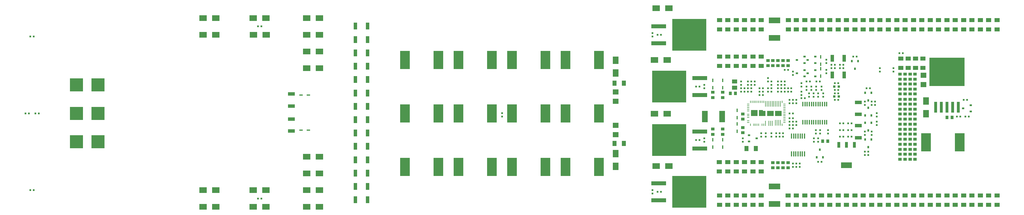
<source format=gtp>
G04*
G04 #@! TF.GenerationSoftware,Altium Limited,Altium Designer,18.1.7 (191)*
G04*
G04 Layer_Color=8421504*
%FSLAX44Y44*%
%MOMM*%
G71*
G01*
G75*
%ADD16R,4.0000X4.0000*%
%ADD17R,0.6000X0.6000*%
%ADD18R,0.6000X0.6000*%
%ADD19R,0.5500X0.8000*%
%ADD20R,0.4500X1.0000*%
%ADD21R,2.0000X1.1000*%
%ADD22R,1.0000X0.4500*%
%ADD23R,1.2000X1.5000*%
%ADD24R,0.8000X0.8000*%
%ADD25R,0.9800X0.9300*%
%ADD26R,0.3000X1.6500*%
%ADD27R,0.8000X0.5500*%
%ADD28R,10.1600X9.5000*%
%ADD29R,4.5000X1.2500*%
%ADD30R,1.5000X1.3000*%
%ADD31R,1.1000X2.0000*%
%ADD32R,0.9000X1.7000*%
%ADD33R,3.2000X1.7000*%
%ADD34R,0.9300X0.9800*%
%ADD35R,0.2500X0.7000*%
%ADD36R,0.2500X1.8000*%
%ADD37R,0.7000X0.2500*%
%ADD38R,0.2500X1.5000*%
%ADD39R,1.8000X3.4000*%
%ADD40R,2.9000X5.4000*%
%ADD41R,1.8000X2.2000*%
%ADD42R,1.5000X1.2000*%
%ADD43R,10.6000X8.5000*%
%ADD44R,0.9000X3.3000*%
%ADD45R,1.8000X1.6000*%
%ADD46R,0.3000X1.4500*%
%ADD47R,2.2000X1.8000*%
%ADD48R,3.4000X1.8000*%
G36*
X2525700Y1257400D02*
X2506316D01*
Y1272605D01*
X2525700D01*
Y1257400D01*
D02*
G37*
G36*
X2501700D02*
X2482302D01*
Y1272606D01*
X2501700D01*
Y1257400D01*
D02*
G37*
G36*
X2470000Y1272611D02*
X2477700D01*
Y1257400D01*
X2458270D01*
Y1272611D01*
X2458274D01*
Y1275112D01*
X2470000D01*
Y1272611D01*
D02*
G37*
G36*
X2453700Y1257400D02*
X2434278D01*
Y1275105D01*
X2453700D01*
Y1257400D01*
D02*
G37*
D16*
X482000Y1350000D02*
D03*
X418000D02*
D03*
X482000Y1265000D02*
D03*
X418000D02*
D03*
X482000Y1180000D02*
D03*
X418000D02*
D03*
D17*
X2810000Y1254920D02*
D03*
Y1265080D02*
D03*
Y1240080D02*
D03*
Y1229920D02*
D03*
X2805000Y1289920D02*
D03*
Y1300080D02*
D03*
X2775000D02*
D03*
Y1289920D02*
D03*
X2795000Y1300080D02*
D03*
Y1289920D02*
D03*
X2775000Y1199920D02*
D03*
Y1210080D02*
D03*
X2795000D02*
D03*
Y1199920D02*
D03*
X2570000Y1240080D02*
D03*
Y1229920D02*
D03*
Y1305080D02*
D03*
Y1294920D02*
D03*
X2560000Y1115080D02*
D03*
Y1104920D02*
D03*
X2570000Y1115080D02*
D03*
Y1104920D02*
D03*
X2580000Y1115080D02*
D03*
Y1104920D02*
D03*
X2410000Y1179920D02*
D03*
Y1190080D02*
D03*
X2485000Y1359920D02*
D03*
Y1370080D02*
D03*
X2495000Y1360080D02*
D03*
Y1349920D02*
D03*
X2545000Y1340080D02*
D03*
Y1329920D02*
D03*
X2535000D02*
D03*
Y1340080D02*
D03*
X2585000Y1319920D02*
D03*
Y1330080D02*
D03*
X2560000Y1390080D02*
D03*
Y1379920D02*
D03*
X2585000Y1344920D02*
D03*
Y1355080D02*
D03*
X2465000Y1205080D02*
D03*
Y1194920D02*
D03*
X2495000Y1329920D02*
D03*
Y1340080D02*
D03*
X2478000Y1205080D02*
D03*
Y1194920D02*
D03*
X2495000Y1205080D02*
D03*
Y1194920D02*
D03*
X2525000Y1329920D02*
D03*
Y1340080D02*
D03*
X2515000D02*
D03*
Y1329920D02*
D03*
X2510000Y1194920D02*
D03*
Y1205080D02*
D03*
X2405000Y1340080D02*
D03*
Y1329920D02*
D03*
X2425000Y1360080D02*
D03*
Y1349920D02*
D03*
X2435000Y1340080D02*
D03*
Y1329920D02*
D03*
X2425000Y1340080D02*
D03*
Y1329920D02*
D03*
X2405000Y1360080D02*
D03*
Y1349920D02*
D03*
X2535000Y1360080D02*
D03*
Y1349920D02*
D03*
X2525000Y1360080D02*
D03*
Y1349920D02*
D03*
X2515000Y1360080D02*
D03*
Y1349920D02*
D03*
X2415000Y1340080D02*
D03*
Y1329920D02*
D03*
X2520000Y1194920D02*
D03*
Y1205080D02*
D03*
X2435000Y1349920D02*
D03*
Y1360080D02*
D03*
X2445000Y1349920D02*
D03*
Y1360080D02*
D03*
X2555000Y1340080D02*
D03*
Y1329920D02*
D03*
X2485000D02*
D03*
Y1340080D02*
D03*
X2530000Y1205080D02*
D03*
Y1194920D02*
D03*
X2460000Y1329920D02*
D03*
Y1340080D02*
D03*
X2470000Y1329920D02*
D03*
Y1340080D02*
D03*
X2645000Y1334920D02*
D03*
Y1345080D02*
D03*
X2860000Y1400080D02*
D03*
Y1389920D02*
D03*
X2600000Y1334920D02*
D03*
Y1345080D02*
D03*
X2608000Y1314920D02*
D03*
Y1325080D02*
D03*
X2650000Y1314920D02*
D03*
Y1325080D02*
D03*
X2635000D02*
D03*
Y1314920D02*
D03*
X2629000Y1345080D02*
D03*
Y1334920D02*
D03*
X1690000Y1254920D02*
D03*
Y1265080D02*
D03*
X2820000Y1389920D02*
D03*
Y1400080D02*
D03*
X2622000Y1179920D02*
D03*
Y1190080D02*
D03*
X2628000Y1204920D02*
D03*
Y1215080D02*
D03*
X2635000Y1179920D02*
D03*
Y1190080D02*
D03*
X2641000Y1204920D02*
D03*
Y1215080D02*
D03*
X2665000Y1204920D02*
D03*
Y1215080D02*
D03*
X2140000Y1035080D02*
D03*
Y1024920D02*
D03*
Y1494920D02*
D03*
Y1505080D02*
D03*
X2295000Y1350080D02*
D03*
Y1339920D02*
D03*
Y1179920D02*
D03*
Y1190080D02*
D03*
X2660000Y1384920D02*
D03*
Y1395080D02*
D03*
Y1414920D02*
D03*
Y1425080D02*
D03*
X2615000Y1345080D02*
D03*
Y1334920D02*
D03*
X2621500Y1325080D02*
D03*
Y1314920D02*
D03*
D18*
X2774920Y1140000D02*
D03*
X2785080D02*
D03*
X2877840Y1445000D02*
D03*
X2888000D02*
D03*
X2645160Y1120000D02*
D03*
X2635000D02*
D03*
X2779920Y1340000D02*
D03*
X2790080D02*
D03*
X2774920Y1150000D02*
D03*
X2785080D02*
D03*
X2695080Y1325000D02*
D03*
X2684920D02*
D03*
X2695080Y1305000D02*
D03*
X2684920D02*
D03*
X2695080Y1355000D02*
D03*
X2684920D02*
D03*
X2695080Y1335000D02*
D03*
X2684920D02*
D03*
X2560080Y1230000D02*
D03*
X2549920D02*
D03*
Y1295000D02*
D03*
X2560080D02*
D03*
Y1305000D02*
D03*
X2549920D02*
D03*
X2545080Y1395000D02*
D03*
X2534920D02*
D03*
X2724920Y1235000D02*
D03*
X2735080D02*
D03*
X2710080D02*
D03*
X2699920D02*
D03*
X2710080Y1215000D02*
D03*
X2699920D02*
D03*
X2710080Y1195000D02*
D03*
X2699920D02*
D03*
X2724920Y1215000D02*
D03*
X2735080D02*
D03*
X2724920Y1195000D02*
D03*
X2735080D02*
D03*
X2599920Y1360000D02*
D03*
X2610080D02*
D03*
X2640080D02*
D03*
X2629920D02*
D03*
X2739920Y1435000D02*
D03*
X2750080D02*
D03*
X2584920Y1310000D02*
D03*
X2595080D02*
D03*
X2560080Y1240000D02*
D03*
X2549920D02*
D03*
X2560080Y1220000D02*
D03*
X2549920D02*
D03*
Y1265000D02*
D03*
X2560080D02*
D03*
Y1250000D02*
D03*
X2549920D02*
D03*
X2459920Y1320000D02*
D03*
X2470080D02*
D03*
X970080Y1010000D02*
D03*
X959920D02*
D03*
X3049920Y1255000D02*
D03*
X3060080D02*
D03*
X3069920Y1305000D02*
D03*
X3080080D02*
D03*
X3074920Y1255000D02*
D03*
X3085080D02*
D03*
X959920Y1525000D02*
D03*
X970080D02*
D03*
X2165080Y1500000D02*
D03*
X2154920D02*
D03*
X2280080Y1345000D02*
D03*
X2269920D02*
D03*
X2280080Y1185000D02*
D03*
X2269920D02*
D03*
X2165080Y1030000D02*
D03*
X2154920D02*
D03*
X2674920Y1410000D02*
D03*
X2685080D02*
D03*
X279920Y1495000D02*
D03*
X290080D02*
D03*
X275080Y1265000D02*
D03*
X264920D02*
D03*
X279920Y1035000D02*
D03*
X290080D02*
D03*
X295000Y1265000D02*
D03*
X305160D02*
D03*
X2710000Y1400000D02*
D03*
X2699840D02*
D03*
X2685080D02*
D03*
X2674920D02*
D03*
X2710080Y1410000D02*
D03*
X2699920D02*
D03*
D19*
X2630500Y1133500D02*
D03*
X2649500D02*
D03*
X2640000Y1156500D02*
D03*
X2794500Y1326500D02*
D03*
X2775500D02*
D03*
X2785000Y1303500D02*
D03*
X2794500Y1186500D02*
D03*
X2775500D02*
D03*
X2785000Y1163500D02*
D03*
X2775500Y1258500D02*
D03*
X2794500D02*
D03*
X2785000Y1281500D02*
D03*
X2794500Y1236500D02*
D03*
X2775500D02*
D03*
X2785000Y1213500D02*
D03*
X2745000Y1398500D02*
D03*
X2735500Y1421500D02*
D03*
X2754500D02*
D03*
D20*
X2350000Y1186000D02*
D03*
Y1164000D02*
D03*
X2393000Y1211000D02*
D03*
Y1233000D02*
D03*
Y1252000D02*
D03*
Y1274000D02*
D03*
X2350000Y1364000D02*
D03*
Y1342000D02*
D03*
X2320000Y1364000D02*
D03*
Y1342000D02*
D03*
X2320000Y1164000D02*
D03*
Y1186000D02*
D03*
X2643000Y1376000D02*
D03*
Y1398000D02*
D03*
Y1434000D02*
D03*
Y1412000D02*
D03*
D21*
X1060000Y1248000D02*
D03*
Y1212000D02*
D03*
Y1287000D02*
D03*
Y1323000D02*
D03*
X2755000Y1262000D02*
D03*
Y1298000D02*
D03*
Y1192000D02*
D03*
Y1228000D02*
D03*
D22*
X1111000Y1320000D02*
D03*
X1089000D02*
D03*
X1111000Y1215000D02*
D03*
X1089000D02*
D03*
D23*
X2448954Y1160000D02*
D03*
X2421046D02*
D03*
X2026046Y1175000D02*
D03*
X2053954D02*
D03*
X2026046Y1355000D02*
D03*
X2053954D02*
D03*
D24*
X2683000Y1315000D02*
D03*
X2697000D02*
D03*
X2683000Y1345000D02*
D03*
X2697000D02*
D03*
D25*
X2545000Y1102300D02*
D03*
Y1117700D02*
D03*
X2485000Y1422700D02*
D03*
Y1407300D02*
D03*
X2515000Y1102300D02*
D03*
Y1117700D02*
D03*
X2545000Y1407300D02*
D03*
Y1422700D02*
D03*
X2350000Y1327700D02*
D03*
Y1312300D02*
D03*
X2320000Y1312300D02*
D03*
Y1327700D02*
D03*
X2350000Y1217700D02*
D03*
Y1202300D02*
D03*
X2320000Y1202300D02*
D03*
Y1217700D02*
D03*
X2880000Y1172700D02*
D03*
Y1157300D02*
D03*
X2925000Y1142700D02*
D03*
Y1127300D02*
D03*
X2910000D02*
D03*
Y1142700D02*
D03*
X2895000Y1127300D02*
D03*
Y1142700D02*
D03*
X2880000D02*
D03*
Y1127300D02*
D03*
X2925000Y1157300D02*
D03*
Y1172700D02*
D03*
X2910000Y1157300D02*
D03*
Y1172700D02*
D03*
X2895000Y1157300D02*
D03*
Y1172700D02*
D03*
X2925000Y1202700D02*
D03*
Y1187300D02*
D03*
X2910000D02*
D03*
Y1202700D02*
D03*
X2895000Y1187300D02*
D03*
Y1202700D02*
D03*
X2880000Y1187300D02*
D03*
Y1202700D02*
D03*
X2925000Y1232700D02*
D03*
Y1217300D02*
D03*
X2910000Y1232700D02*
D03*
Y1217300D02*
D03*
X2895000Y1232700D02*
D03*
Y1217300D02*
D03*
X2880000Y1232700D02*
D03*
Y1217300D02*
D03*
X2925000Y1247300D02*
D03*
Y1262700D02*
D03*
X2910000Y1247300D02*
D03*
Y1262700D02*
D03*
X2895000D02*
D03*
Y1247300D02*
D03*
X2880000Y1262700D02*
D03*
Y1247300D02*
D03*
X2925000Y1277300D02*
D03*
Y1292700D02*
D03*
X2910000Y1277300D02*
D03*
Y1292700D02*
D03*
X2895000Y1277300D02*
D03*
Y1292700D02*
D03*
X2880000Y1277300D02*
D03*
Y1292700D02*
D03*
X2925000Y1307300D02*
D03*
Y1322700D02*
D03*
X2910000Y1307300D02*
D03*
Y1322700D02*
D03*
X2895000Y1307300D02*
D03*
Y1322700D02*
D03*
X2880000Y1307300D02*
D03*
Y1322700D02*
D03*
X2925000Y1352700D02*
D03*
Y1337300D02*
D03*
X2910000Y1352700D02*
D03*
Y1337300D02*
D03*
X2895000D02*
D03*
Y1352700D02*
D03*
X2880000Y1337300D02*
D03*
Y1352700D02*
D03*
X2925000Y1382700D02*
D03*
Y1367300D02*
D03*
X2910000Y1382700D02*
D03*
Y1367300D02*
D03*
X2895000Y1382700D02*
D03*
Y1367300D02*
D03*
X2880000Y1382700D02*
D03*
Y1367300D02*
D03*
X2410000Y1247300D02*
D03*
Y1262700D02*
D03*
Y1222700D02*
D03*
Y1207300D02*
D03*
X2530000Y1407300D02*
D03*
Y1422700D02*
D03*
X2530000Y1117700D02*
D03*
Y1102300D02*
D03*
X2515000Y1422700D02*
D03*
Y1407300D02*
D03*
X2500000Y1422700D02*
D03*
Y1407300D02*
D03*
X2500000Y1102300D02*
D03*
Y1117700D02*
D03*
D26*
X2555500Y1143250D02*
D03*
X2562000D02*
D03*
X2568500D02*
D03*
X2575000D02*
D03*
X2581500D02*
D03*
X2588000D02*
D03*
X2594500D02*
D03*
X2555500Y1196750D02*
D03*
X2562000D02*
D03*
X2568500D02*
D03*
X2575000D02*
D03*
X2581500D02*
D03*
X2588000D02*
D03*
X2594500D02*
D03*
D27*
X2428500Y1199500D02*
D03*
Y1180500D02*
D03*
X2451500Y1190000D02*
D03*
X2571500Y1385000D02*
D03*
X2594500Y1394500D02*
D03*
Y1375500D02*
D03*
X3068500Y1280000D02*
D03*
X3091500Y1289500D02*
D03*
Y1270500D02*
D03*
X2626500Y1415500D02*
D03*
Y1434500D02*
D03*
X2603500Y1425000D02*
D03*
Y1385000D02*
D03*
X2626500Y1394500D02*
D03*
Y1375500D02*
D03*
X2571500Y1425000D02*
D03*
X2594500Y1434500D02*
D03*
Y1415500D02*
D03*
D28*
X2250000Y1030000D02*
D03*
X2190000Y1185000D02*
D03*
Y1345000D02*
D03*
X2250000Y1500000D02*
D03*
D29*
X2158560Y1055400D02*
D03*
Y1004600D02*
D03*
X2281440Y1159600D02*
D03*
Y1210400D02*
D03*
Y1319600D02*
D03*
Y1370400D02*
D03*
X2158560Y1525400D02*
D03*
Y1474600D02*
D03*
D30*
X2385000Y1360500D02*
D03*
Y1341500D02*
D03*
D31*
X1288000Y1006000D02*
D03*
X1252000D02*
D03*
Y1046000D02*
D03*
X1288000D02*
D03*
Y1086000D02*
D03*
X1252000D02*
D03*
X1252000Y1126000D02*
D03*
X1288000D02*
D03*
X1288000Y1166000D02*
D03*
X1252000D02*
D03*
Y1206000D02*
D03*
X1288000D02*
D03*
Y1246000D02*
D03*
X1252000D02*
D03*
Y1286000D02*
D03*
X1288000D02*
D03*
Y1326000D02*
D03*
X1252000D02*
D03*
Y1366000D02*
D03*
X1288000D02*
D03*
X1288000Y1406000D02*
D03*
X1252000D02*
D03*
X1252000Y1446000D02*
D03*
X1288000D02*
D03*
X1288000Y1486000D02*
D03*
X1252000D02*
D03*
Y1526000D02*
D03*
X1288000D02*
D03*
X2677000Y1430000D02*
D03*
X2713000D02*
D03*
X2677000Y1380000D02*
D03*
X2713000D02*
D03*
D32*
X2743000Y1170500D02*
D03*
X2720000D02*
D03*
X2697000D02*
D03*
D33*
X2720000Y1109500D02*
D03*
D34*
X2372300Y1325000D02*
D03*
X2387700D02*
D03*
X3020300Y1253000D02*
D03*
X3035700D02*
D03*
X2648300Y1182000D02*
D03*
X2663700D02*
D03*
D35*
X2527500Y1299000D02*
D03*
X2472500D02*
D03*
X2467500D02*
D03*
X2462500D02*
D03*
X2457500D02*
D03*
X2452500D02*
D03*
X2447500D02*
D03*
X2442500D02*
D03*
X2437500D02*
D03*
X2432500D02*
D03*
Y1231000D02*
D03*
X2442500D02*
D03*
X2447500D02*
D03*
X2452500D02*
D03*
X2457500D02*
D03*
X2467500D02*
D03*
X2472500D02*
D03*
X2527500D02*
D03*
D36*
X2522500Y1293500D02*
D03*
X2517500D02*
D03*
X2512500D02*
D03*
X2507500D02*
D03*
X2502500D02*
D03*
X2497500D02*
D03*
X2492500D02*
D03*
X2487500D02*
D03*
X2482500D02*
D03*
X2477500D02*
D03*
X2507500Y1236500D02*
D03*
X2512500D02*
D03*
X2517500D02*
D03*
X2522500D02*
D03*
D37*
X2426000Y1292500D02*
D03*
Y1287500D02*
D03*
Y1282500D02*
D03*
Y1277500D02*
D03*
Y1272500D02*
D03*
Y1262500D02*
D03*
Y1257500D02*
D03*
Y1252500D02*
D03*
Y1242500D02*
D03*
Y1237500D02*
D03*
X2534000D02*
D03*
Y1242500D02*
D03*
Y1247500D02*
D03*
Y1252500D02*
D03*
Y1257500D02*
D03*
Y1262500D02*
D03*
Y1267500D02*
D03*
Y1272500D02*
D03*
Y1277500D02*
D03*
Y1282500D02*
D03*
Y1287500D02*
D03*
Y1292500D02*
D03*
D38*
X2477500Y1235000D02*
D03*
X2487500D02*
D03*
X2492500D02*
D03*
X2497500D02*
D03*
D39*
X2296000Y1255000D02*
D03*
X2348000D02*
D03*
D40*
X3058000Y1178000D02*
D03*
X2958000D02*
D03*
X1880000Y1425000D02*
D03*
X1980000D02*
D03*
Y1265000D02*
D03*
X1880000D02*
D03*
X1980000Y1105000D02*
D03*
X1880000D02*
D03*
X1720000Y1425000D02*
D03*
X1820000D02*
D03*
X1720000Y1265000D02*
D03*
X1820000D02*
D03*
X1720000Y1105000D02*
D03*
X1820000D02*
D03*
X1560000Y1425000D02*
D03*
X1660000D02*
D03*
X1560000Y1265000D02*
D03*
X1660000D02*
D03*
X1560000Y1105000D02*
D03*
X1660000D02*
D03*
X1500000Y1425000D02*
D03*
X1400000D02*
D03*
X1500000Y1265000D02*
D03*
X1400000D02*
D03*
X1500000Y1105000D02*
D03*
X1400000D02*
D03*
D41*
X2958000Y1302000D02*
D03*
Y1264000D02*
D03*
X2030000Y1424000D02*
D03*
Y1386000D02*
D03*
Y1106000D02*
D03*
Y1144000D02*
D03*
D42*
X2904000Y1401046D02*
D03*
Y1428954D02*
D03*
X2926000Y1401046D02*
D03*
Y1428954D02*
D03*
X2948000Y1401046D02*
D03*
Y1428954D02*
D03*
X2882000Y1401046D02*
D03*
Y1428954D02*
D03*
X3170000Y1516046D02*
D03*
Y1543954D02*
D03*
X3145000Y1516046D02*
D03*
Y1543954D02*
D03*
X3120000Y1516046D02*
D03*
Y1543954D02*
D03*
X3095000Y1516046D02*
D03*
Y1543954D02*
D03*
X3070000Y1516046D02*
D03*
Y1543954D02*
D03*
X3045000Y1516046D02*
D03*
Y1543954D02*
D03*
X3170000Y1018954D02*
D03*
Y991046D02*
D03*
X3145000Y1018954D02*
D03*
Y991046D02*
D03*
X3120000Y1018954D02*
D03*
Y991046D02*
D03*
X3095000Y1018954D02*
D03*
Y991046D02*
D03*
X3070000Y1018954D02*
D03*
Y991046D02*
D03*
X3045000Y1018954D02*
D03*
Y991046D02*
D03*
X2440000Y1516046D02*
D03*
Y1543954D02*
D03*
X3020000Y1018954D02*
D03*
Y991046D02*
D03*
X2995000Y1018954D02*
D03*
Y991046D02*
D03*
X2970000Y1018954D02*
D03*
Y991046D02*
D03*
X2945000Y1018954D02*
D03*
Y991046D02*
D03*
X2920000Y1018954D02*
D03*
Y991046D02*
D03*
X2895000Y1018954D02*
D03*
Y991046D02*
D03*
X3020000Y1516046D02*
D03*
Y1543954D02*
D03*
X2995000Y1516046D02*
D03*
Y1543954D02*
D03*
X2970000Y1516046D02*
D03*
Y1543954D02*
D03*
X2945000Y1516046D02*
D03*
Y1543954D02*
D03*
X2920000Y1516046D02*
D03*
Y1543954D02*
D03*
X2895000Y1516046D02*
D03*
Y1543954D02*
D03*
X2870000Y1018954D02*
D03*
Y991046D02*
D03*
X2845000Y1018954D02*
D03*
Y991046D02*
D03*
X2820000Y1018954D02*
D03*
Y991046D02*
D03*
X2795000Y1018954D02*
D03*
Y991046D02*
D03*
X2770000Y1018954D02*
D03*
Y991046D02*
D03*
X2745000Y1018954D02*
D03*
Y991046D02*
D03*
X2720000Y1018954D02*
D03*
Y991046D02*
D03*
X2695000Y1018954D02*
D03*
Y991046D02*
D03*
X2670000Y1018954D02*
D03*
Y991046D02*
D03*
X2645000Y1018954D02*
D03*
Y991046D02*
D03*
X2620000Y1018954D02*
D03*
Y991046D02*
D03*
X2595000Y1018954D02*
D03*
Y991046D02*
D03*
X2870000Y1516046D02*
D03*
Y1543954D02*
D03*
X2845000Y1516046D02*
D03*
Y1543954D02*
D03*
X2820000Y1516046D02*
D03*
Y1543954D02*
D03*
X2795000Y1516046D02*
D03*
Y1543954D02*
D03*
X2770000Y1516046D02*
D03*
Y1543954D02*
D03*
X2745000Y1516046D02*
D03*
Y1543954D02*
D03*
X2720000Y1516046D02*
D03*
Y1543954D02*
D03*
X2695000Y1516046D02*
D03*
Y1543954D02*
D03*
X2670000Y1516046D02*
D03*
Y1543954D02*
D03*
X2645000Y1516046D02*
D03*
Y1543954D02*
D03*
X2620000Y1516046D02*
D03*
Y1543954D02*
D03*
X2595000Y1516046D02*
D03*
Y1543954D02*
D03*
X2464966Y990998D02*
D03*
Y1018906D02*
D03*
X2340034Y1435002D02*
D03*
Y1407094D02*
D03*
X2365000Y1434954D02*
D03*
Y1407046D02*
D03*
X2390000Y1434954D02*
D03*
Y1407046D02*
D03*
X2415000Y1434954D02*
D03*
Y1407046D02*
D03*
X2440000Y1434954D02*
D03*
Y1407046D02*
D03*
X2465000Y1434954D02*
D03*
Y1407046D02*
D03*
X2340000Y1543954D02*
D03*
Y1516046D02*
D03*
X2365000Y1543954D02*
D03*
Y1516046D02*
D03*
X2390000Y1543954D02*
D03*
Y1516046D02*
D03*
X2439966Y990998D02*
D03*
Y1018906D02*
D03*
X2414966Y990998D02*
D03*
Y1018906D02*
D03*
X2389966Y990998D02*
D03*
Y1018906D02*
D03*
X2364967Y990998D02*
D03*
Y1018906D02*
D03*
X2340000Y991046D02*
D03*
Y1018954D02*
D03*
X2465000Y1091046D02*
D03*
Y1118954D02*
D03*
X2439967Y1090998D02*
D03*
Y1118906D02*
D03*
X2546000Y1543954D02*
D03*
Y1516046D02*
D03*
X2389967Y1090998D02*
D03*
Y1118906D02*
D03*
X2545000Y991046D02*
D03*
Y1018954D02*
D03*
X2570000Y991046D02*
D03*
Y1018954D02*
D03*
X2465000Y1543954D02*
D03*
Y1516046D02*
D03*
X2415000Y1543954D02*
D03*
Y1516046D02*
D03*
X2414967Y1090998D02*
D03*
Y1118906D02*
D03*
X2364968Y1090998D02*
D03*
Y1118906D02*
D03*
X2339968Y1090998D02*
D03*
Y1118906D02*
D03*
X2570000Y1543954D02*
D03*
Y1516046D02*
D03*
D43*
X3020000Y1389000D02*
D03*
D44*
X2986000Y1283000D02*
D03*
X3020000D02*
D03*
X3003000D02*
D03*
X3054000D02*
D03*
X3037000D02*
D03*
D45*
X2950000Y1351000D02*
D03*
Y1379000D02*
D03*
X2030000Y1301000D02*
D03*
Y1329000D02*
D03*
Y1229000D02*
D03*
Y1201000D02*
D03*
D46*
X2615250Y1292500D02*
D03*
X2621750D02*
D03*
X2628250D02*
D03*
X2634750D02*
D03*
X2641250D02*
D03*
X2647750D02*
D03*
X2660750D02*
D03*
X2654250D02*
D03*
X2654200Y1238000D02*
D03*
X2660700D02*
D03*
X2647700D02*
D03*
X2641200D02*
D03*
X2634700D02*
D03*
X2628200D02*
D03*
X2621700D02*
D03*
X2615200D02*
D03*
X2608700D02*
D03*
X2602200D02*
D03*
X2595700D02*
D03*
X2589200D02*
D03*
X2589250Y1292500D02*
D03*
X2595750D02*
D03*
X2602250D02*
D03*
X2608750D02*
D03*
D47*
X2189000Y1107000D02*
D03*
X2151000D02*
D03*
X2189000Y1580000D02*
D03*
X2151000D02*
D03*
X2146000Y1264000D02*
D03*
X2184000D02*
D03*
X2146000Y1425000D02*
D03*
X2184000D02*
D03*
X796000Y1035000D02*
D03*
X834000D02*
D03*
X984000Y1035000D02*
D03*
X946000D02*
D03*
X984000Y985000D02*
D03*
X946000D02*
D03*
X796000D02*
D03*
X834000D02*
D03*
X796000Y1550000D02*
D03*
X834000D02*
D03*
X796000Y1500000D02*
D03*
X834000D02*
D03*
X985000Y1500000D02*
D03*
X947000D02*
D03*
X984000Y1550000D02*
D03*
X946000D02*
D03*
X1144000Y1135000D02*
D03*
X1106000D02*
D03*
X1144000Y1085000D02*
D03*
X1106000D02*
D03*
X1144000Y1035000D02*
D03*
X1106000D02*
D03*
X1144000Y985000D02*
D03*
X1106000D02*
D03*
X1144000Y1550000D02*
D03*
X1106000D02*
D03*
X1144000Y1500000D02*
D03*
X1106000D02*
D03*
X1144000Y1450000D02*
D03*
X1106000D02*
D03*
X1144000Y1400000D02*
D03*
X1106000D02*
D03*
D48*
X2505000Y1491000D02*
D03*
Y1543000D02*
D03*
Y1046000D02*
D03*
Y994000D02*
D03*
M02*

</source>
